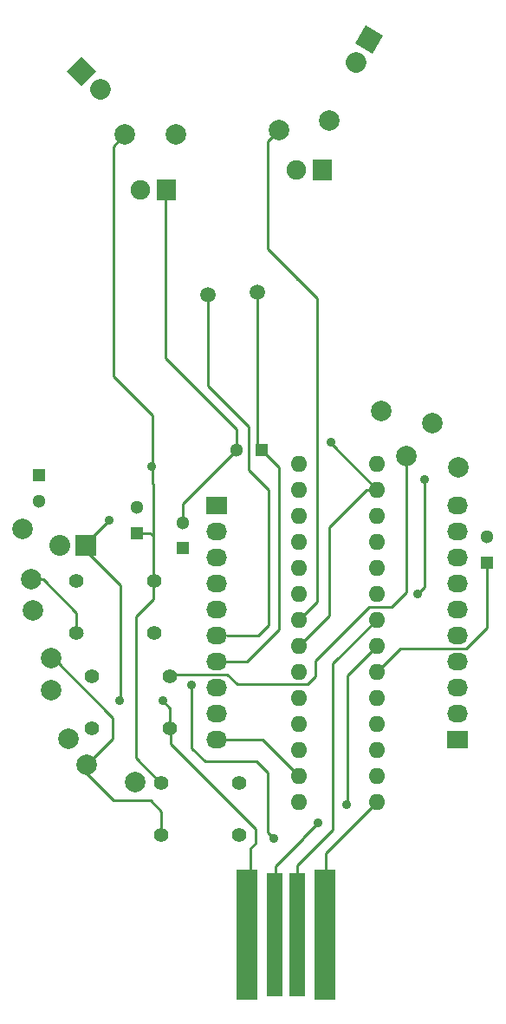
<source format=gtl>
G04 #@! TF.FileFunction,Copper,L1,Top,Signal*
%FSLAX46Y46*%
G04 Gerber Fmt 4.6, Leading zero omitted, Abs format (unit mm)*
G04 Created by KiCad (PCBNEW 0.201507042246+5884~23~ubuntu14.04.1-product) date Thu 09 Jul 2015 02:20:38 PM PDT*
%MOMM*%
G01*
G04 APERTURE LIST*
%ADD10C,0.150000*%
%ADD11O,1.600000X1.600000*%
%ADD12C,2.032000*%
%ADD13R,2.032000X2.032000*%
%ADD14O,2.032000X2.032000*%
%ADD15C,1.501140*%
%ADD16R,2.032000X1.727200*%
%ADD17O,2.032000X1.727200*%
%ADD18R,1.300000X1.300000*%
%ADD19C,1.300000*%
%ADD20C,1.998980*%
%ADD21R,2.100000X12.700000*%
%ADD22R,1.500000X12.065000*%
%ADD23R,1.900000X2.000000*%
%ADD24C,1.900000*%
%ADD25C,1.397000*%
%ADD26C,0.900000*%
%ADD27C,0.254000*%
G04 APERTURE END LIST*
D10*
D11*
X219837000Y-110109000D03*
X219837000Y-112649000D03*
X219837000Y-115189000D03*
X219837000Y-117729000D03*
X219837000Y-120269000D03*
X219837000Y-122809000D03*
X219837000Y-125349000D03*
X219837000Y-127889000D03*
X219837000Y-130429000D03*
X219837000Y-132969000D03*
X219837000Y-135509000D03*
X219837000Y-138049000D03*
X219837000Y-140589000D03*
X219837000Y-143129000D03*
X227457000Y-143129000D03*
X227457000Y-140589000D03*
X227457000Y-138049000D03*
X227457000Y-135509000D03*
X227457000Y-132969000D03*
X227457000Y-130429000D03*
X227457000Y-127889000D03*
X227457000Y-125349000D03*
X227457000Y-122809000D03*
X227457000Y-120269000D03*
X227457000Y-117729000D03*
X227457000Y-115189000D03*
X227457000Y-112649000D03*
X227457000Y-110109000D03*
D10*
G36*
X198628000Y-73191841D02*
X197191159Y-71755000D01*
X198628000Y-70318159D01*
X200064841Y-71755000D01*
X198628000Y-73191841D01*
X198628000Y-73191841D01*
G37*
D12*
X200424051Y-73551051D02*
X200424051Y-73551051D01*
D10*
G36*
X225307118Y-69078882D02*
X226323118Y-67319118D01*
X228082882Y-68335118D01*
X227066882Y-70094882D01*
X225307118Y-69078882D01*
X225307118Y-69078882D01*
G37*
D12*
X225425000Y-70906705D02*
X225425000Y-70906705D01*
D13*
X199009000Y-118110000D03*
D14*
X196469000Y-118110000D03*
D15*
X215797595Y-93344251D03*
X210922405Y-93599749D03*
D16*
X211836000Y-114173000D03*
D17*
X211836000Y-116713000D03*
X211836000Y-119253000D03*
X211836000Y-121793000D03*
X211836000Y-124333000D03*
X211836000Y-126873000D03*
X211836000Y-129413000D03*
X211836000Y-131953000D03*
X211836000Y-134493000D03*
X211836000Y-137033000D03*
D16*
X235331000Y-137033000D03*
D17*
X235331000Y-134493000D03*
X235331000Y-131953000D03*
X235331000Y-129413000D03*
X235331000Y-126873000D03*
X235331000Y-124333000D03*
X235331000Y-121793000D03*
X235331000Y-119253000D03*
X235331000Y-116713000D03*
X235331000Y-114173000D03*
D18*
X204038200Y-116890800D03*
D19*
X204038200Y-114390800D03*
D18*
X194462400Y-111252000D03*
D19*
X194462400Y-113752000D03*
D18*
X238252000Y-119761000D03*
D19*
X238252000Y-117261000D03*
D18*
X216204800Y-108788200D03*
D19*
X213704800Y-108788200D03*
D18*
X208457800Y-118389400D03*
D19*
X208457800Y-115889400D03*
D20*
X193677209Y-121434989D03*
X192808750Y-116509709D03*
X199124170Y-139530969D03*
X203823817Y-141241500D03*
X217883611Y-77523009D03*
X222808891Y-76654550D03*
X202859640Y-77978000D03*
X207860900Y-77978000D03*
X232912920Y-106166491D03*
X235413550Y-110497709D03*
X230357680Y-109352509D03*
X227857050Y-105021291D03*
X195639569Y-132271370D03*
X197350100Y-136971017D03*
D21*
X222402400Y-156108400D03*
D22*
X219671900Y-156108400D03*
X217512900Y-156108400D03*
D21*
X214782400Y-156108400D03*
D23*
X206857600Y-83362800D03*
D24*
X204317600Y-83362800D03*
D23*
X222097600Y-81483200D03*
D24*
X219557600Y-81483200D03*
D25*
X205740000Y-121615200D03*
X205740000Y-126695200D03*
X198120000Y-121615200D03*
X198120000Y-126695200D03*
X207264000Y-130860800D03*
X207264000Y-135940800D03*
X199644000Y-130860800D03*
X199644000Y-135940800D03*
X214020400Y-141325600D03*
X214020400Y-146405600D03*
X206400400Y-141325600D03*
X206400400Y-146405600D03*
D20*
X195596631Y-129145430D03*
X193886100Y-124445783D03*
D26*
X202311000Y-133248400D03*
X206552800Y-133273800D03*
X222961200Y-108026200D03*
X201320400Y-115620800D03*
X217424000Y-146761200D03*
X209321400Y-131775200D03*
X232156000Y-111709200D03*
X231444800Y-122885200D03*
X205460600Y-110413800D03*
X221716600Y-145237200D03*
X224459800Y-143459200D03*
D27*
X212852000Y-126873000D02*
X213106000Y-126873000D01*
X210922405Y-102489805D02*
X214934800Y-106502200D01*
X214934800Y-106502200D02*
X214934800Y-110769400D01*
X214934800Y-110769400D02*
X216865200Y-112699800D01*
X216865200Y-112699800D02*
X216865200Y-125857000D01*
X216865200Y-125857000D02*
X215849200Y-126873000D01*
X215849200Y-126873000D02*
X213106000Y-126873000D01*
X210922405Y-93599749D02*
X210922405Y-102489805D01*
X207264000Y-135940800D02*
X207264000Y-133985000D01*
X202323700Y-133261100D02*
X202361800Y-133223000D01*
X202311000Y-133248400D02*
X202323700Y-133261100D01*
X207264000Y-133985000D02*
X206552800Y-133273800D01*
X215569800Y-147193000D02*
X215569800Y-145770600D01*
X215569800Y-145770600D02*
X207314800Y-137515600D01*
X207314800Y-137515600D02*
X207314800Y-135890000D01*
X207011340Y-83058000D02*
X206781400Y-83287940D01*
X213704800Y-106745400D02*
X213704800Y-108788200D01*
X206781400Y-83287940D02*
X206781400Y-99822000D01*
X206781400Y-99822000D02*
X213704800Y-106745400D01*
X222961200Y-108153200D02*
X222961200Y-108026200D01*
X227457000Y-112649000D02*
X222961200Y-108153200D01*
X199009000Y-117932200D02*
X199009000Y-118110000D01*
X201320400Y-115620800D02*
X199009000Y-117932200D01*
X208457800Y-114035200D02*
X213704800Y-108788200D01*
X208457800Y-115889400D02*
X208457800Y-114035200D01*
X215112600Y-147650200D02*
X215569800Y-147193000D01*
X215112600Y-155829000D02*
X215112600Y-147650200D01*
X202361800Y-121996200D02*
X202361800Y-133223000D01*
X199009000Y-118643400D02*
X202361800Y-121996200D01*
X199009000Y-118110000D02*
X199009000Y-118643400D01*
X226441000Y-112649000D02*
X222783400Y-116306600D01*
X222783400Y-116306600D02*
X222783400Y-124942600D01*
X222783400Y-124942600D02*
X219837000Y-127889000D01*
X227457000Y-112649000D02*
X226441000Y-112649000D01*
X214757000Y-129413000D02*
X217881200Y-126288800D01*
X217881200Y-126288800D02*
X217881200Y-110464600D01*
X217881200Y-110464600D02*
X216204800Y-108788200D01*
X214553800Y-129413000D02*
X214757000Y-129413000D01*
X213106000Y-129413000D02*
X214553800Y-129413000D01*
X215797595Y-108380995D02*
X216204800Y-108788200D01*
X215797595Y-93344251D02*
X215797595Y-108380995D01*
X214553800Y-129413000D02*
X211836000Y-129413000D01*
X229743000Y-128143000D02*
X236220000Y-128143000D01*
X227457000Y-130429000D02*
X229743000Y-128143000D01*
X237617000Y-126746000D02*
X237744000Y-126619000D01*
X236220000Y-128143000D02*
X237617000Y-126746000D01*
X238252000Y-126111000D02*
X237617000Y-126746000D01*
X238252000Y-119761000D02*
X238252000Y-126111000D01*
X222631000Y-159131000D02*
X222504000Y-159258000D01*
X222427800Y-156095700D02*
X222427800Y-148158200D01*
X222427800Y-148158200D02*
X227457000Y-143129000D01*
X227457000Y-143129000D02*
X227431600Y-143129000D01*
X215722200Y-139217400D02*
X216763600Y-140258800D01*
X217424000Y-146761200D02*
X216763600Y-146100800D01*
X216763600Y-146100800D02*
X216763600Y-140258800D01*
X214757000Y-139217400D02*
X215722200Y-139217400D01*
X210667600Y-139217400D02*
X214757000Y-139217400D01*
X209372200Y-137922000D02*
X210667600Y-139217400D01*
X209372200Y-131826000D02*
X209372200Y-137922000D01*
X209321400Y-131775200D02*
X209372200Y-131826000D01*
X232156000Y-122174000D02*
X232156000Y-111709200D01*
X231444800Y-122885200D02*
X232156000Y-122174000D01*
X197993000Y-121666000D02*
X197993000Y-122047000D01*
X211836000Y-137033000D02*
X216281000Y-137033000D01*
X216281000Y-137033000D02*
X219837000Y-140589000D01*
X205613000Y-117195600D02*
X205613000Y-121666000D01*
X205613000Y-123317000D02*
X203911200Y-125018800D01*
X205613000Y-121666000D02*
X205613000Y-123317000D01*
X205613000Y-112141000D02*
X205613000Y-117195600D01*
X201701400Y-79136240D02*
X201701400Y-101625400D01*
X201701400Y-101625400D02*
X205498700Y-105422700D01*
X202859640Y-77978000D02*
X201701400Y-79136240D01*
X205498700Y-112026700D02*
X205613000Y-112141000D01*
X205498700Y-110413800D02*
X205498700Y-112026700D01*
X205498700Y-105422700D02*
X205498700Y-110413800D01*
X205460600Y-110413800D02*
X205498700Y-110413800D01*
X205460600Y-110413800D02*
X205498700Y-110413800D01*
X205308200Y-116890800D02*
X205613000Y-117195600D01*
X204038200Y-116890800D02*
X205308200Y-116890800D01*
X203911200Y-125018800D02*
X203911200Y-138887200D01*
X203911200Y-138887200D02*
X206375000Y-141351000D01*
X217805000Y-159067500D02*
X217614500Y-159258000D01*
X217538300Y-156095700D02*
X217538300Y-149440900D01*
X220294200Y-146685000D02*
X220294200Y-146659600D01*
X217538300Y-149440900D02*
X220294200Y-146685000D01*
X220294200Y-146659600D02*
X221716600Y-145237200D01*
X224459800Y-143459200D02*
X224561400Y-143357600D01*
X224561400Y-143357600D02*
X224561400Y-130784600D01*
X224561400Y-130784600D02*
X227457000Y-127889000D01*
X219697300Y-156095700D02*
X219697300Y-149339300D01*
X220268800Y-148767800D02*
X220268800Y-148742400D01*
X219697300Y-149339300D02*
X220268800Y-148767800D01*
X220268800Y-148742400D02*
X223164400Y-145846800D01*
X223164400Y-145846800D02*
X223164400Y-129641600D01*
X223164400Y-129641600D02*
X227457000Y-125349000D01*
X216789000Y-80264000D02*
X216789000Y-87757000D01*
X216789000Y-87757000D02*
X216789000Y-88646000D01*
X216789000Y-88646000D02*
X216789000Y-89154000D01*
X219519500Y-91884500D02*
X219710000Y-92075000D01*
X216789000Y-89154000D02*
X219519500Y-91884500D01*
X221615000Y-93980000D02*
X221615000Y-123571000D01*
X221615000Y-123571000D02*
X219837000Y-125349000D01*
X219519500Y-91884500D02*
X221615000Y-93980000D01*
X216789000Y-78617620D02*
X216789000Y-80264000D01*
X217883611Y-77523009D02*
X216789000Y-78617620D01*
X219837000Y-135509000D02*
X220472000Y-135509000D01*
X198120000Y-126695200D02*
X198653400Y-126695200D01*
X193677209Y-121434989D02*
X194840989Y-121434989D01*
X198120000Y-124714000D02*
X198120000Y-126695200D01*
X194840989Y-121434989D02*
X198120000Y-124714000D01*
X230357680Y-122676920D02*
X228904800Y-124129800D01*
X230357680Y-109352509D02*
X230357680Y-122676920D01*
X207441800Y-130683000D02*
X207314800Y-130810000D01*
X228904800Y-124129800D02*
X226720400Y-124129800D01*
X226720400Y-124129800D02*
X221488000Y-129362200D01*
X221488000Y-129362200D02*
X221488000Y-130911600D01*
X221488000Y-130911600D02*
X220726000Y-131673600D01*
X220726000Y-131673600D02*
X213817200Y-131673600D01*
X213817200Y-131673600D02*
X212826600Y-130683000D01*
X212826600Y-130683000D02*
X207441800Y-130683000D01*
X195596631Y-129145430D02*
X195896630Y-129145430D01*
X195896630Y-129145430D02*
X201676000Y-134924800D01*
X201676000Y-134924800D02*
X201676000Y-136979139D01*
X201676000Y-136979139D02*
X199124170Y-139530969D01*
X198895570Y-139784969D02*
X198895570Y-140170770D01*
X198895570Y-140170770D02*
X201726800Y-143002000D01*
X201726800Y-143002000D02*
X205333600Y-143002000D01*
X205333600Y-143002000D02*
X206400400Y-144068800D01*
X206400400Y-144068800D02*
X206400400Y-146405600D01*
M02*

</source>
